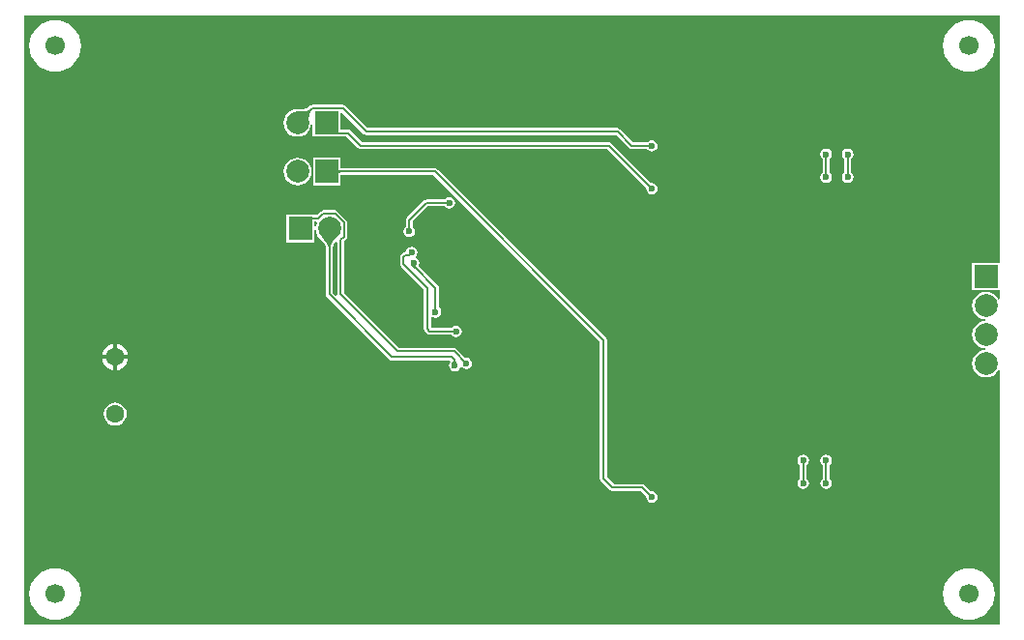
<source format=gbl>
G04*
G04 #@! TF.GenerationSoftware,Altium Limited,Altium Designer,20.1.8 (145)*
G04*
G04 Layer_Physical_Order=2*
G04 Layer_Color=16711680*
%FSTAX43Y43*%
%MOMM*%
G71*
G04*
G04 #@! TF.SameCoordinates,F5FA2015-3190-45B9-AB56-6F14DCCDFD5E*
G04*
G04*
G04 #@! TF.FilePolarity,Positive*
G04*
G01*
G75*
%ADD12C,0.200*%
%ADD36C,1.700*%
%ADD41C,0.600*%
%ADD63C,1.600*%
%ADD64C,2.000*%
%ADD65R,2.000X2.000*%
%ADD66R,2.000X2.000*%
%ADD67C,0.500*%
G36*
X0116694Y005799D02*
X01143D01*
Y005559D01*
X0116694D01*
Y0054835D01*
X0116567Y005481D01*
X0116548Y0054855D01*
X0116356Y0055106D01*
X0116105Y0055298D01*
X0115813Y0055419D01*
X01155Y005546D01*
X0115187Y0055419D01*
X0114895Y0055298D01*
X0114644Y0055106D01*
X0114452Y0054855D01*
X0114331Y0054563D01*
X011429Y005425D01*
X0114331Y0053937D01*
X0114452Y0053645D01*
X0114644Y0053394D01*
X0114895Y0053202D01*
X0115187Y0053081D01*
X0115467Y0053044D01*
Y0052916D01*
X0115187Y0052879D01*
X0114895Y0052758D01*
X0114644Y0052566D01*
X0114452Y0052315D01*
X0114331Y0052023D01*
X011429Y005171D01*
X0114331Y0051397D01*
X0114452Y0051105D01*
X0114644Y0050854D01*
X0114895Y0050662D01*
X0115187Y0050541D01*
X0115467Y0050504D01*
Y0050376D01*
X0115187Y0050339D01*
X0114895Y0050218D01*
X0114644Y0050026D01*
X0114452Y0049775D01*
X0114331Y0049483D01*
X011429Y004917D01*
X0114331Y0048857D01*
X0114452Y0048565D01*
X0114644Y0048314D01*
X0114895Y0048122D01*
X0115187Y0048001D01*
X01155Y004796D01*
X0115813Y0048001D01*
X0116105Y0048122D01*
X0116356Y0048314D01*
X0116548Y0048565D01*
X0116567Y0048611D01*
X0116694Y0048585D01*
Y0026306D01*
X0031306D01*
Y0079694D01*
X0116694D01*
Y005799D01*
D02*
G37*
%LPC*%
G36*
X0114Y0079261D02*
X0113559Y0079217D01*
X0113135Y0079089D01*
X0112744Y007888D01*
X0112401Y0078599D01*
X011212Y0078256D01*
X0111911Y0077865D01*
X0111783Y0077441D01*
X0111739Y0077D01*
X0111783Y0076559D01*
X0111911Y0076135D01*
X011212Y0075744D01*
X0112401Y0075401D01*
X0112744Y007512D01*
X0113135Y0074911D01*
X0113559Y0074783D01*
X0114Y0074739D01*
X0114441Y0074783D01*
X0114865Y0074911D01*
X0115256Y007512D01*
X0115599Y0075401D01*
X011588Y0075744D01*
X0116089Y0076135D01*
X0116217Y0076559D01*
X0116261Y0077D01*
X0116217Y0077441D01*
X0116089Y0077865D01*
X011588Y0078256D01*
X0115599Y0078599D01*
X0115256Y007888D01*
X0114865Y0079089D01*
X0114441Y0079217D01*
X0114Y0079261D01*
D02*
G37*
G36*
X0034D02*
X0033559Y0079217D01*
X0033135Y0079089D01*
X0032744Y007888D01*
X0032401Y0078599D01*
X003212Y0078256D01*
X0031911Y0077865D01*
X0031783Y0077441D01*
X0031739Y0077D01*
X0031783Y0076559D01*
X0031911Y0076135D01*
X003212Y0075744D01*
X0032401Y0075401D01*
X0032744Y007512D01*
X0033135Y0074911D01*
X0033559Y0074783D01*
X0034Y0074739D01*
X0034441Y0074783D01*
X0034865Y0074911D01*
X0035256Y007512D01*
X0035599Y0075401D01*
X003588Y0075744D01*
X0036089Y0076135D01*
X0036217Y0076559D01*
X0036261Y0077D01*
X0036217Y0077441D01*
X0036089Y0077865D01*
X003588Y0078256D01*
X0035599Y0078599D01*
X0035256Y007888D01*
X0034865Y0079089D01*
X0034441Y0079217D01*
X0034Y0079261D01*
D02*
G37*
G36*
X00592Y0071856D02*
X00592Y0071856D01*
X005651D01*
X0056393Y0071833D01*
X0056294Y0071766D01*
X0056114Y0071587D01*
X0056103Y0071577D01*
X0056068Y0071557D01*
X0056016Y0071536D01*
X0055948Y0071515D01*
X0055864Y0071496D01*
X0055768Y0071481D01*
X0055375Y0071454D01*
X0055258Y0071454D01*
X005521Y007146D01*
X0054897Y0071419D01*
X0054605Y0071298D01*
X0054354Y0071106D01*
X0054162Y0070855D01*
X0054041Y0070563D01*
X0054Y007025D01*
X0054041Y0069937D01*
X0054162Y0069645D01*
X0054354Y0069394D01*
X0054605Y0069202D01*
X0054897Y0069081D01*
X005521Y006904D01*
X0055523Y0069081D01*
X0055815Y0069202D01*
X0056066Y0069394D01*
X0056258Y0069645D01*
X0056379Y0069937D01*
X005642Y007025D01*
X0056414Y0070298D01*
X0056414Y0070418D01*
X0056416Y007048D01*
X0056423Y0070488D01*
X005655Y0070438D01*
Y006905D01*
X005862D01*
X005865Y0069044D01*
X005865Y0069044D01*
X0059523D01*
X0060534Y0068034D01*
X0060534Y0068034D01*
X0060633Y0067967D01*
X006075Y0067944D01*
X0082368D01*
X0085753Y0064559D01*
X008574Y0064495D01*
X0085779Y0064299D01*
X008589Y0064134D01*
X0086055Y0064024D01*
X008625Y0063985D01*
X0086445Y0064024D01*
X008661Y0064134D01*
X0086721Y0064299D01*
X008676Y0064495D01*
X0086721Y006469D01*
X008661Y0064855D01*
X0086445Y0064966D01*
X008625Y0065004D01*
X0086186Y0064992D01*
X0082711Y0068466D01*
X0082612Y0068533D01*
X0082495Y0068556D01*
X0082495Y0068556D01*
X0060877D01*
X0059866Y0069566D01*
X0059767Y0069633D01*
X005965Y0069656D01*
X005965Y0069656D01*
X005895D01*
Y0071235D01*
X0059077Y007124D01*
X0061034Y0069284D01*
X0061133Y0069217D01*
X006125Y0069194D01*
X006125Y0069194D01*
X0083123D01*
X0084284Y0068034D01*
X0084284Y0068034D01*
X0084383Y0067967D01*
X00845Y0067944D01*
X0085853D01*
X008589Y006789D01*
X0086055Y0067779D01*
X008625Y006774D01*
X0086445Y0067779D01*
X008661Y006789D01*
X0086721Y0068055D01*
X008676Y006825D01*
X0086721Y0068445D01*
X008661Y006861D01*
X0086445Y0068721D01*
X008625Y006876D01*
X0086055Y0068721D01*
X008589Y006861D01*
X0085853Y0068556D01*
X0084627D01*
X0083466Y0069716D01*
X0083367Y0069783D01*
X008325Y0069806D01*
X008325Y0069806D01*
X0061377D01*
X0059416Y0071766D01*
X0059317Y0071833D01*
X00592Y0071856D01*
D02*
G37*
G36*
X01034Y006801D02*
X0103205Y0067971D01*
X010304Y006786D01*
X0102929Y0067695D01*
X010289Y00675D01*
X0102929Y0067305D01*
X010304Y006714D01*
X0103094Y0067103D01*
Y0065897D01*
X010304Y006586D01*
X0102929Y0065695D01*
X010289Y00655D01*
X0102929Y0065305D01*
X010304Y006514D01*
X0103205Y0065029D01*
X01034Y006499D01*
X0103595Y0065029D01*
X010376Y006514D01*
X0103871Y0065305D01*
X010391Y00655D01*
X0103871Y0065695D01*
X010376Y006586D01*
X0103706Y0065897D01*
Y0067103D01*
X010376Y006714D01*
X0103871Y0067305D01*
X010391Y00675D01*
X0103871Y0067695D01*
X010376Y006786D01*
X0103595Y0067971D01*
X01034Y006801D01*
D02*
G37*
G36*
X01015D02*
X0101305Y0067971D01*
X010114Y006786D01*
X0101029Y0067695D01*
X010099Y00675D01*
X0101029Y0067305D01*
X010114Y006714D01*
X0101194Y0067103D01*
Y0065897D01*
X010114Y006586D01*
X0101029Y0065695D01*
X010099Y00655D01*
X0101029Y0065305D01*
X010114Y006514D01*
X0101305Y0065029D01*
X01015Y006499D01*
X0101695Y0065029D01*
X010186Y006514D01*
X0101971Y0065305D01*
X010201Y00655D01*
X0101971Y0065695D01*
X010186Y006586D01*
X0101806Y0065897D01*
Y0067103D01*
X010186Y006714D01*
X0101971Y0067305D01*
X010201Y00675D01*
X0101971Y0067695D01*
X010186Y006786D01*
X0101695Y0067971D01*
X01015Y006801D01*
D02*
G37*
G36*
X005523Y006721D02*
X0054917Y0067169D01*
X0054625Y0067048D01*
X0054374Y0066856D01*
X0054182Y0066605D01*
X0054061Y0066313D01*
X005402Y0066D01*
X0054061Y0065687D01*
X0054182Y0065395D01*
X0054374Y0065144D01*
X0054625Y0064952D01*
X0054917Y0064831D01*
X005523Y006479D01*
X0055543Y0064831D01*
X0055835Y0064952D01*
X0056086Y0065144D01*
X0056278Y0065395D01*
X0056399Y0065687D01*
X005644Y0066D01*
X0056399Y0066313D01*
X0056278Y0066605D01*
X0056086Y0066856D01*
X0055835Y0067048D01*
X0055543Y0067169D01*
X005523Y006721D01*
D02*
G37*
G36*
X00685Y006376D02*
X0068305Y0063721D01*
X006814Y006361D01*
X0068103Y0063556D01*
X00665D01*
X0066383Y0063533D01*
X0066284Y0063466D01*
X0066284Y0063466D01*
X0064784Y0061966D01*
X0064717Y0061867D01*
X0064694Y006175D01*
X0064694Y006175D01*
Y0061147D01*
X006464Y006111D01*
X0064529Y0060945D01*
X006449Y006075D01*
X0064529Y0060555D01*
X006464Y006039D01*
X0064805Y0060279D01*
X0065Y006024D01*
X0065195Y0060279D01*
X006536Y006039D01*
X0065471Y0060555D01*
X006551Y006075D01*
X0065471Y0060945D01*
X006536Y006111D01*
X0065306Y0061147D01*
Y0061623D01*
X0066627Y0062944D01*
X0068103D01*
X006814Y006289D01*
X0068305Y0062779D01*
X00685Y006274D01*
X0068695Y0062779D01*
X006886Y006289D01*
X0068971Y0063055D01*
X006901Y006325D01*
X0068971Y0063445D01*
X006886Y006361D01*
X0068695Y0063721D01*
X00685Y006376D01*
D02*
G37*
G36*
X0058538Y0062606D02*
X0058538Y0062606D01*
X0057462D01*
X0057344Y0062583D01*
X0057245Y0062516D01*
X0057245Y0062516D01*
X0056935Y0062206D01*
X005636D01*
X005636Y0062206D01*
X005633Y00622D01*
X005426D01*
Y00598D01*
X005666D01*
Y0061594D01*
X0056833D01*
X0056903Y0061489D01*
X0056831Y0061313D01*
X005679Y0061D01*
X0056831Y0060687D01*
X0056952Y0060395D01*
X0057144Y0060144D01*
X0057183Y0060114D01*
X0057267Y006003D01*
X0057363Y0059927D01*
X0057523Y0059737D01*
X0057581Y0059657D01*
X0057628Y0059584D01*
X0057661Y0059521D01*
X0057682Y0059469D01*
X0057693Y005943D01*
X0057694Y0059415D01*
Y005525D01*
X0057694Y005525D01*
X0057717Y0055133D01*
X0057784Y0055034D01*
X0063284Y0049534D01*
X0063284Y0049534D01*
X0063383Y0049467D01*
X00635Y0049444D01*
X0068525D01*
X0068538Y0049439D01*
X0068547Y0049435D01*
X0068557Y0049428D01*
X0068567Y0049418D01*
X0068578Y0049404D01*
X006859Y0049378D01*
X0068606Y0049317D01*
X0068604Y0049313D01*
X0068589Y0049292D01*
X0068581Y0049273D01*
X0068529Y0049195D01*
X006849Y0049D01*
X0068529Y0048805D01*
X006864Y004864D01*
X0068805Y0048529D01*
X0069Y004849D01*
X0069195Y0048529D01*
X006936Y004864D01*
X0069471Y0048805D01*
X006948Y004885D01*
X0069615Y0048877D01*
X006964Y004884D01*
X0069805Y0048729D01*
X007Y004869D01*
X0070195Y0048729D01*
X007036Y004884D01*
X0070471Y0049005D01*
X007051Y00492D01*
X0070471Y0049395D01*
X007036Y004956D01*
X0070195Y0049671D01*
X007Y004971D01*
X0069936Y0049697D01*
X0069166Y0050466D01*
X0069067Y0050533D01*
X006895Y0050556D01*
X006895Y0050556D01*
X0064127D01*
X0059306Y0055377D01*
Y0059873D01*
X0059516Y0060084D01*
X0059516Y0060084D01*
X0059583Y0060183D01*
X0059606Y00603D01*
X0059606Y00603D01*
Y0061538D01*
X0059583Y0061656D01*
X0059516Y0061755D01*
X0059516Y0061755D01*
X0058755Y0062516D01*
X0058656Y0062583D01*
X0058538Y0062606D01*
D02*
G37*
G36*
X00652Y005941D02*
X0065005Y0059371D01*
X006484Y005926D01*
X0064729Y0059095D01*
X006472Y005905D01*
X006465Y0058956D01*
X0064533Y0058933D01*
X0064434Y0058866D01*
X0064434Y0058866D01*
X0064284Y0058716D01*
X0064217Y0058617D01*
X0064194Y00585D01*
X0064194Y00585D01*
Y00579D01*
X0064194Y00579D01*
X0064217Y0057783D01*
X0064284Y0057684D01*
X0066294Y0055673D01*
Y00522D01*
X0066294Y00522D01*
X0066317Y0052083D01*
X0066384Y0051984D01*
X0066584Y0051784D01*
X0066584Y0051784D01*
X0066683Y0051717D01*
X00668Y0051694D01*
X00668Y0051694D01*
X0068703D01*
X006874Y005164D01*
X0068905Y0051529D01*
X00691Y005149D01*
X0069295Y0051529D01*
X006946Y005164D01*
X0069571Y0051805D01*
X006961Y0052D01*
X0069571Y0052195D01*
X006946Y005236D01*
X0069295Y0052471D01*
X00691Y005251D01*
X0068905Y0052471D01*
X006874Y005236D01*
X0068703Y0052306D01*
X0066927D01*
X0066906Y0052327D01*
Y0053209D01*
X0067033Y0053277D01*
X0067105Y0053229D01*
X00673Y005319D01*
X0067495Y0053229D01*
X006766Y005334D01*
X0067771Y0053505D01*
X006781Y00537D01*
X0067771Y0053895D01*
X006766Y005406D01*
X0067606Y0054097D01*
Y00558D01*
X0067606Y00558D01*
X0067583Y0055917D01*
X0067516Y0056016D01*
X0065814Y0057719D01*
X0065871Y0057805D01*
X006591Y0058D01*
X0065871Y0058195D01*
X006576Y005836D01*
X0065637Y0058443D01*
X0065596Y0058495D01*
X00656Y0058599D01*
X0065671Y0058705D01*
X006571Y00589D01*
X0065671Y0059095D01*
X006556Y005926D01*
X0065395Y0059371D01*
X00652Y005941D01*
D02*
G37*
G36*
X0039425Y0050887D02*
Y0049925D01*
X0040387D01*
X004037Y005005D01*
X0040255Y005033D01*
X004007Y005057D01*
X003983Y0050755D01*
X003955Y005087D01*
X0039425Y0050887D01*
D02*
G37*
G36*
X0039075D02*
X003895Y005087D01*
X003867Y0050755D01*
X003843Y005057D01*
X0038245Y005033D01*
X003813Y005005D01*
X0038113Y0049925D01*
X0039075D01*
Y0050887D01*
D02*
G37*
G36*
X0040387Y0049575D02*
X0039425D01*
Y0048613D01*
X003955Y004863D01*
X003983Y0048745D01*
X004007Y004893D01*
X0040255Y004917D01*
X004037Y004945D01*
X0040387Y0049575D01*
D02*
G37*
G36*
X0039075D02*
X0038113D01*
X003813Y004945D01*
X0038245Y004917D01*
X003843Y004893D01*
X003867Y0048745D01*
X003895Y004863D01*
X0039075Y0048613D01*
Y0049575D01*
D02*
G37*
G36*
X003925Y0045759D02*
X0038989Y0045724D01*
X0038746Y0045624D01*
X0038537Y0045463D01*
X0038376Y0045254D01*
X0038276Y0045011D01*
X0038241Y004475D01*
X0038276Y0044489D01*
X0038376Y0044246D01*
X0038537Y0044037D01*
X0038746Y0043877D01*
X0038989Y0043776D01*
X003925Y0043741D01*
X0039511Y0043776D01*
X0039754Y0043877D01*
X0039963Y0044037D01*
X0040124Y0044246D01*
X0040224Y0044489D01*
X0040259Y004475D01*
X0040224Y0045011D01*
X0040124Y0045254D01*
X0039963Y0045463D01*
X0039754Y0045624D01*
X0039511Y0045724D01*
X003925Y0045759D01*
D02*
G37*
G36*
X01015Y004121D02*
X0101305Y0041171D01*
X010114Y004106D01*
X0101029Y0040895D01*
X010099Y00407D01*
X0101029Y0040505D01*
X010114Y004034D01*
X0101194Y0040303D01*
Y0039097D01*
X010114Y003906D01*
X0101029Y0038895D01*
X010099Y00387D01*
X0101029Y0038505D01*
X010114Y003834D01*
X0101305Y0038229D01*
X01015Y003819D01*
X0101695Y0038229D01*
X010186Y003834D01*
X0101971Y0038505D01*
X010201Y00387D01*
X0101971Y0038895D01*
X010186Y003906D01*
X0101806Y0039097D01*
Y0040303D01*
X010186Y004034D01*
X0101971Y0040505D01*
X010201Y00407D01*
X0101971Y0040895D01*
X010186Y004106D01*
X0101695Y0041171D01*
X01015Y004121D01*
D02*
G37*
G36*
X00995D02*
X0099305Y0041171D01*
X009914Y004106D01*
X0099029Y0040895D01*
X009899Y00407D01*
X0099029Y0040505D01*
X009914Y004034D01*
X0099194Y0040303D01*
Y0039097D01*
X009914Y003906D01*
X0099029Y0038895D01*
X009899Y00387D01*
X0099029Y0038505D01*
X009914Y003834D01*
X0099305Y0038229D01*
X00995Y003819D01*
X0099695Y0038229D01*
X009986Y003834D01*
X0099971Y0038505D01*
X010001Y00387D01*
X0099971Y0038895D01*
X009986Y003906D01*
X0099806Y0039097D01*
Y0040303D01*
X009986Y004034D01*
X0099971Y0040505D01*
X010001Y00407D01*
X0099971Y0040895D01*
X009986Y004106D01*
X0099695Y0041171D01*
X00995Y004121D01*
D02*
G37*
G36*
X005897Y00672D02*
X005657D01*
Y00648D01*
X005897D01*
Y0065694D01*
X0067123D01*
X0081694Y0051123D01*
Y0039117D01*
X0081694Y0039117D01*
X0081717Y0039D01*
X0081784Y0038901D01*
X0082564Y0038121D01*
X0082564Y0038121D01*
X0082663Y0038055D01*
X008278Y0038031D01*
X0085286D01*
X0085753Y0037564D01*
X008574Y00375D01*
X0085779Y0037305D01*
X008589Y003714D01*
X0086055Y0037029D01*
X008625Y003699D01*
X0086445Y0037029D01*
X008661Y003714D01*
X0086721Y0037305D01*
X008676Y00375D01*
X0086721Y0037695D01*
X008661Y003786D01*
X0086445Y0037971D01*
X008625Y003801D01*
X0086186Y0037997D01*
X0085629Y0038554D01*
X008553Y003862D01*
X0085413Y0038643D01*
X0085413Y0038643D01*
X0082907D01*
X0082306Y0039244D01*
Y005125D01*
X0082306Y005125D01*
X0082283Y0051367D01*
X0082216Y0051466D01*
X0082216Y0051466D01*
X0067466Y0066216D01*
X0067367Y0066283D01*
X006725Y0066306D01*
X006725Y0066306D01*
X005897D01*
Y00672D01*
D02*
G37*
G36*
X0114Y0031261D02*
X0113559Y0031217D01*
X0113135Y0031089D01*
X0112744Y003088D01*
X0112401Y0030599D01*
X011212Y0030256D01*
X0111911Y0029865D01*
X0111783Y0029441D01*
X0111739Y0029D01*
X0111783Y0028559D01*
X0111911Y0028135D01*
X011212Y0027744D01*
X0112401Y0027401D01*
X0112744Y002712D01*
X0113135Y0026911D01*
X0113559Y0026783D01*
X0114Y0026739D01*
X0114441Y0026783D01*
X0114865Y0026911D01*
X0115256Y002712D01*
X0115599Y0027401D01*
X011588Y0027744D01*
X0116089Y0028135D01*
X0116217Y0028559D01*
X0116261Y0029D01*
X0116217Y0029441D01*
X0116089Y0029865D01*
X011588Y0030256D01*
X0115599Y0030599D01*
X0115256Y003088D01*
X0114865Y0031089D01*
X0114441Y0031217D01*
X0114Y0031261D01*
D02*
G37*
G36*
X0034D02*
X0033559Y0031217D01*
X0033135Y0031089D01*
X0032744Y003088D01*
X0032401Y0030599D01*
X003212Y0030256D01*
X0031911Y0029865D01*
X0031783Y0029441D01*
X0031739Y0029D01*
X0031783Y0028559D01*
X0031911Y0028135D01*
X003212Y0027744D01*
X0032401Y0027401D01*
X0032744Y002712D01*
X0033135Y0026911D01*
X0033559Y0026783D01*
X0034Y0026739D01*
X0034441Y0026783D01*
X0034865Y0026911D01*
X0035256Y002712D01*
X0035599Y0027401D01*
X003588Y0027744D01*
X0036089Y0028135D01*
X0036217Y0028559D01*
X0036261Y0029D01*
X0036217Y0029441D01*
X0036089Y0029865D01*
X003588Y0030256D01*
X0035599Y0030599D01*
X0035256Y003088D01*
X0034865Y0031089D01*
X0034441Y0031217D01*
X0034Y0031261D01*
D02*
G37*
%LPD*%
G36*
X0056409Y0071307D02*
X0056369Y0071259D01*
X0056334Y0071199D01*
X0056304Y0071126D01*
X0056277Y007104D01*
X0056255Y0070942D01*
X0056238Y0070831D01*
X0056215Y0070571D01*
X005621Y0070422D01*
X005621Y007026D01*
X005522Y007125D01*
X0055382Y007125D01*
X0055791Y0071278D01*
X0055902Y0071295D01*
X0056Y0071317D01*
X0056086Y0071344D01*
X0056159Y0071374D01*
X0056219Y0071409D01*
X0056267Y0071449D01*
X0056409Y0071307D01*
D02*
G37*
G36*
X0058746Y0069531D02*
X0058752Y0069514D01*
X0058763Y0069499D01*
X0058777Y0069486D01*
X0058795Y0069475D01*
X0058817Y0069466D01*
X0058844Y0069459D01*
X0058874Y0069454D01*
X0058909Y0069451D01*
X0058947Y006945D01*
Y006925D01*
X0058747Y0069253D01*
X0058744Y006955D01*
X0058746Y0069531D01*
D02*
G37*
G36*
X0056657Y00618D02*
X0056619Y0061799D01*
X0056584Y0061796D01*
X0056554Y0061791D01*
X0056527Y0061784D01*
X0056505Y0061775D01*
X0056487Y0061764D01*
X0056473Y0061751D01*
X0056462Y0061736D01*
X0056456Y0061719D01*
X0056454Y00617D01*
X0056457Y0061997D01*
X0056657Y0062D01*
Y00618D01*
D02*
G37*
G36*
X0058586Y0060171D02*
X0058316Y0059863D01*
X005825Y0059772D01*
X0058196Y0059686D01*
X0058154Y0059607D01*
X0058124Y0059534D01*
X0058106Y0059467D01*
X00581Y0059405D01*
X00579D01*
X0057894Y0059467D01*
X0057876Y0059534D01*
X0057846Y0059607D01*
X0057804Y0059686D01*
X005775Y0059772D01*
X0057684Y0059863D01*
X0057516Y0060062D01*
X0057414Y0060171D01*
X00573Y0060286D01*
X00587D01*
X0058586Y0060171D01*
D02*
G37*
G36*
X0058694Y0059805D02*
Y005525D01*
X0058694Y005525D01*
X005859Y0055124D01*
X0058563Y005512D01*
X0058306Y0055377D01*
Y0059415D01*
X0058307Y005943D01*
X0058318Y0059469D01*
X0058339Y0059521D01*
X0058372Y0059584D01*
X0058419Y0059657D01*
X0058476Y0059735D01*
X0058575Y0059849D01*
X0058694Y0059805D01*
D02*
G37*
G36*
X0069051Y0049447D02*
X0069055Y004942D01*
X0069061Y0049394D01*
X0069069Y0049369D01*
X006908Y0049346D01*
X0069094Y0049324D01*
X0069109Y0049302D01*
X0069128Y0049282D01*
X0069148Y0049264D01*
X0069171Y0049246D01*
X0068757Y0049176D01*
X0068775Y0049202D01*
X0068791Y0049228D01*
X0068805Y0049254D01*
X0068817Y004928D01*
X0068827Y0049306D01*
X0068835Y0049332D01*
X0068842Y0049359D01*
X0068846Y0049386D01*
X0068849Y0049413D01*
X006885Y004944D01*
X006905Y0049476D01*
X0069051Y0049447D01*
D02*
G37*
G36*
X0065596Y005777D02*
X0065586Y0057754D01*
X006558Y0057737D01*
X0065578Y0057719D01*
X006558Y00577D01*
X0065585Y0057681D01*
X0065594Y0057661D01*
X0065607Y005764D01*
X0065624Y0057619D01*
X0065645Y0057597D01*
X0065457Y0057502D01*
X0065223Y0057758D01*
X006561Y0057786D01*
X0065596Y005777D01*
D02*
G37*
G36*
X0058766Y0066181D02*
X0058772Y0066164D01*
X0058782Y0066149D01*
X0058796Y0066136D01*
X0058815Y0066125D01*
X0058837Y0066116D01*
X0058863Y0066109D01*
X0058894Y0066104D01*
X0058928Y0066101D01*
X0058967Y00661D01*
Y00659D01*
X0058928Y0065899D01*
X0058894Y0065896D01*
X0058863Y0065891D01*
X0058837Y0065884D01*
X0058815Y0065875D01*
X0058796Y0065864D01*
X0058782Y0065851D01*
X0058772Y0065836D01*
X0058766Y0065819D01*
X0058764Y00658D01*
Y00662D01*
X0058766Y0066181D01*
D02*
G37*
D12*
X0064Y005025D02*
X006895D01*
X007Y00492D01*
X00654Y00577D02*
Y0058D01*
Y00577D02*
X00673Y00558D01*
X006495Y005865D02*
X00652Y00589D01*
X006465Y005865D02*
X006495D01*
X00645Y00585D02*
X006465Y005865D01*
X00645Y00579D02*
X00666Y00558D01*
Y00522D02*
Y00558D01*
X00645Y00579D02*
Y00585D01*
X0065Y006075D02*
Y006175D01*
X01015Y00387D02*
Y00407D01*
X01034Y00655D02*
Y00675D01*
X006725Y0066D02*
X0082Y005125D01*
X0085413Y0038337D02*
X008625Y00375D01*
X0082Y0039117D02*
Y005125D01*
X008278Y0038337D02*
X0085413D01*
X0082Y0039117D02*
X008278Y0038337D01*
X005777Y0066D02*
X006725D01*
X01015Y00655D02*
Y00675D01*
X00995Y00387D02*
Y00407D01*
X00592Y007155D02*
X006125Y00695D01*
X008325D02*
X00845Y006825D01*
X006125Y00695D02*
X008325D01*
X005521Y007025D02*
X005651Y007155D01*
X00592D01*
X006075Y006825D02*
X0082495D01*
X005965Y006935D02*
X006075Y006825D01*
X005865Y006935D02*
X005965D01*
X00845Y006825D02*
X008625D01*
X0082495D02*
X008625Y0064495D01*
X005775Y007025D02*
X005865Y006935D01*
X00665Y006325D02*
X00685D01*
X0065Y006175D02*
X00665Y006325D01*
X0059Y005525D02*
Y006D01*
X0058Y005525D02*
X00635Y004975D01*
X006875D01*
X0058Y005525D02*
Y0061D01*
X0059Y006D02*
X00593Y00603D01*
Y0061538D01*
X005636Y00619D02*
X0057062D01*
X0058538Y00623D02*
X00593Y0061538D01*
X005546Y0061D02*
X005636Y00619D01*
X0057062D02*
X0057462Y00623D01*
X0058538D01*
X0059Y005525D02*
X0064Y005025D01*
X006895Y004905D02*
X0069Y0049D01*
X006895Y004905D02*
Y004955D01*
X006875Y004975D02*
X006895Y004955D01*
X00673Y00537D02*
Y00558D01*
X00666Y00522D02*
X00668Y0052D01*
X00691D01*
D36*
X0034Y0077D02*
D03*
X0114D02*
D03*
Y0029D02*
D03*
X0034D02*
D03*
D41*
X011Y007D02*
D03*
X0115Y006D02*
D03*
X011Y005D02*
D03*
X0115Y004D02*
D03*
X011Y003D02*
D03*
X01Y007D02*
D03*
X0105Y006D02*
D03*
X01Y003D02*
D03*
X009Y007D02*
D03*
X0095Y006D02*
D03*
X009Y005D02*
D03*
Y003D02*
D03*
X0085Y004D02*
D03*
X008Y003D02*
D03*
X007D02*
D03*
X006D02*
D03*
X005Y007D02*
D03*
Y005D02*
D03*
Y003D02*
D03*
X004Y007D02*
D03*
X0045Y006D02*
D03*
Y004D02*
D03*
X004Y003D02*
D03*
X00633Y004175D02*
D03*
X007Y00492D02*
D03*
X00654Y0058D02*
D03*
X00652Y00589D02*
D03*
X008625Y006825D02*
D03*
X0065Y006075D02*
D03*
X01015Y00407D02*
D03*
Y00387D02*
D03*
X01034Y00655D02*
D03*
Y00675D02*
D03*
X01015D02*
D03*
Y00655D02*
D03*
X00995Y00387D02*
D03*
Y00407D02*
D03*
X008625Y0064495D02*
D03*
X00685Y006325D02*
D03*
X008625Y00375D02*
D03*
X0069Y0049D02*
D03*
X00673Y00537D02*
D03*
X00691Y0052D02*
D03*
D63*
X003925Y004975D02*
D03*
Y004475D02*
D03*
D64*
X005521Y007025D02*
D03*
X01155Y004917D02*
D03*
Y005425D02*
D03*
Y005171D02*
D03*
X005523Y0066D02*
D03*
X0058Y0061D02*
D03*
D65*
X005775Y007025D02*
D03*
X005777Y0066D02*
D03*
X005546Y0061D02*
D03*
D66*
X01155Y005679D02*
D03*
D67*
X006875Y00444D02*
D03*
X006765Y00466D02*
D03*
X006985Y005815D02*
D03*
Y006035D02*
D03*
Y00466D02*
D03*
X006875Y00455D02*
D03*
Y005925D02*
D03*
X006765Y00444D02*
D03*
Y006035D02*
D03*
Y005815D02*
D03*
X006985Y00444D02*
D03*
Y005925D02*
D03*
X006875Y006035D02*
D03*
Y00466D02*
D03*
X006765Y00455D02*
D03*
X006875Y005815D02*
D03*
X006765Y005925D02*
D03*
X006985Y00455D02*
D03*
M02*

</source>
